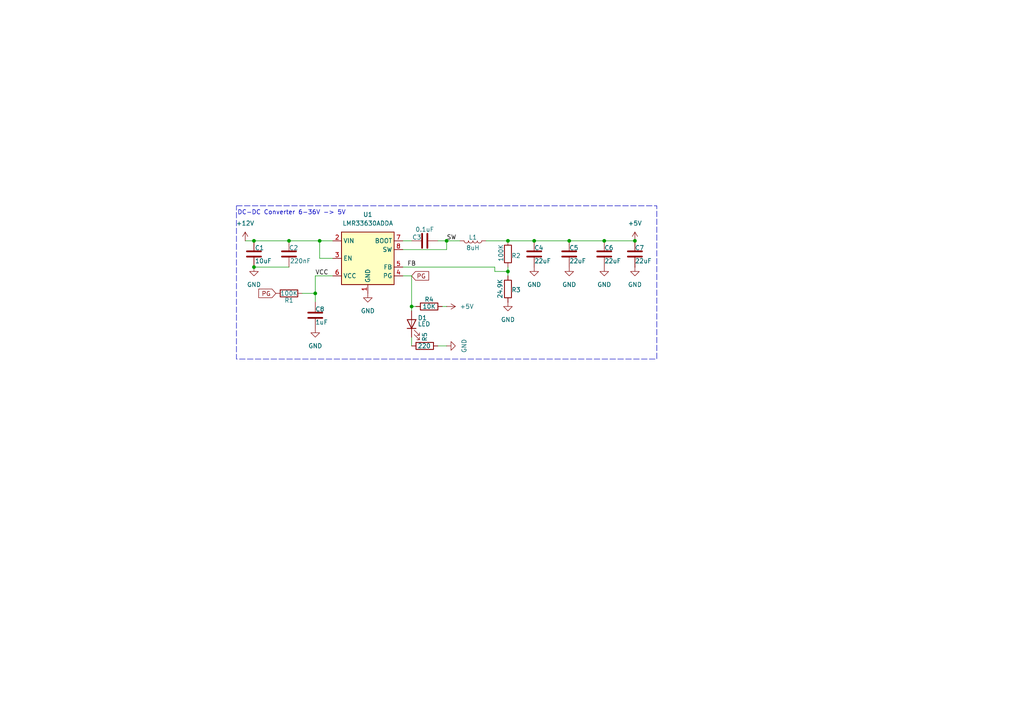
<source format=kicad_sch>
(kicad_sch (version 20250114) (generator "eeschema") (generator_version "9.0")
  (paper "A4")
  (lib_symbols
    (symbol "Device:C" (pin_numbers (hide yes)) (pin_names (offset 0.254))
      (property "Reference" "C" (at 0.635 2.54 0))
      (property "Value" "C" (at 0.635 -2.54 0))
      (symbol "C_0_1"
        (polyline (pts (xy -2.032 0.762) (xy 2.032 0.762)) (stroke (width 0.508)))
        (polyline (pts (xy -2.032 -0.762) (xy 2.032 -0.762)) (stroke (width 0.508)))
      )
      (symbol "C_1_1"
        (pin passive line (at 0 3.81 270) (length 2.794) (name "~") (number "1"))
        (pin passive line (at 0 -3.81 90) (length 2.794) (name "~") (number "2"))
      )
    )
    (symbol "Device:L" (pin_numbers (hide yes)) (pin_names (offset 1.016) (hide yes))
      (property "Reference" "L" (at -1.27 0 90))
      (property "Value" "L" (at 1.905 0 90))
      (symbol "L_0_1"
        (arc (start 0 2.54) (mid 0.6323 1.905) (end 0 1.27))
        (arc (start 0 1.27) (mid 0.6323 0.635) (end 0 0))
        (arc (start 0 0) (mid 0.6323 -0.635) (end 0 -1.27))
        (arc (start 0 -1.27) (mid 0.6323 -1.905) (end 0 -2.54))
      )
      (symbol "L_1_1"
        (pin passive line (at 0 3.81 270) (length 1.27) (name "1") (number "1"))
        (pin passive line (at 0 -3.81 90) (length 1.27) (name "2") (number "2"))
      )
    )
    (symbol "Device:LED" (pin_numbers (hide yes)) (pin_names (offset 1.016) (hide yes))
      (property "Reference" "D" (at 0 2.54 0))
      (property "Value" "LED" (at 0 -2.54 0))
      (symbol "LED_0_1"
        (polyline (pts (xy -3.048 -0.762) (xy -4.572 -2.286) (xy -3.81 -2.286) (xy -4.572 -2.286) (xy -4.572 -1.524)))
        (polyline (pts (xy -1.778 -0.762) (xy -3.302 -2.286) (xy -2.54 -2.286) (xy -3.302 -2.286) (xy -3.302 -1.524)))
        (polyline (pts (xy -1.27 0) (xy 1.27 0)))
        (polyline (pts (xy -1.27 -1.27) (xy -1.27 1.27)) (stroke (width 0.254)))
        (polyline (pts (xy 1.27 -1.27) (xy 1.27 1.27) (xy -1.27 0) (xy 1.27 -1.27)) (stroke (width 0.254)))
      )
      (symbol "LED_1_1"
        (pin passive line (at -3.81 0 0) (length 2.54) (name "K") (number "1"))
        (pin passive line (at 3.81 0 180) (length 2.54) (name "A") (number "2"))
      )
    )
    (symbol "Device:R" (pin_numbers (hide yes)) (pin_names (offset 0))
      (property "Reference" "R" (at 2.032 0 90))
      (property "Value" "R" (at 0 0 90))
      (symbol "R_0_1"
        (rectangle (start -1.016 -2.54) (end 1.016 2.54) (stroke (width 0.254)))
      )
      (symbol "R_1_1"
        (pin passive line (at 0 3.81 270) (length 1.27) (name "~") (number "1"))
        (pin passive line (at 0 -3.81 90) (length 1.27) (name "~") (number "2"))
      )
    )
    (symbol "Regulator_Switching:LMR33630ADDA"
      (property "Reference" "U" (at 0 11.43 0))
      (property "Value" "LMR33630ADDA" (at 0 8.89 0))
      (symbol "LMR33630ADDA_0_1"
        (rectangle (start -7.62 7.62) (end 7.62 -7.62) (stroke (width 0.254)) (fill (type background)))
      )
      (symbol "LMR33630ADDA_1_1"
        (pin power_in line (at -10.16 5.08 0) (length 2.54) (name "VIN") (number "2"))
        (pin input line (at -10.16 0 0) (length 2.54) (name "EN") (number "3"))
        (pin power_out line (at -10.16 -5.08 0) (length 2.54) (name "VCC") (number "6"))
        (pin power_in line (at 0 -10.16 90) (length 2.54) (name "GND") (number "1"))
        (pin passive line (at 0 -10.16 90) (length 2.54) (hide yes) (name "GND") (number "9"))
        (pin input line (at 10.16 5.08 180) (length 2.54) (name "BOOT") (number "7"))
        (pin output line (at 10.16 2.54 180) (length 2.54) (name "SW") (number "8"))
        (pin input line (at 10.16 -2.54 180) (length 2.54) (name "FB") (number "5"))
        (pin open_collector line (at 10.16 -5.08 180) (length 2.54) (name "PG") (number "4"))
      )
    )
    (symbol "power:+12V" (power) (pin_numbers (hide yes)) (pin_names (offset 0) (hide yes))
      (property "Value" "+12V" (at 0 3.556 0))
      (symbol "+12V_0_1"
        (polyline (pts (xy -0.762 1.27) (xy 0 2.54)))
        (polyline (pts (xy 0 2.54) (xy 0.762 1.27)))
        (polyline (pts (xy 0 0) (xy 0 2.54)))
      )
      (symbol "+12V_1_1"
        (pin power_in line (at 0 0 90) (length 0) (name "~") (number "1"))
      )
    )
    (symbol "power:+5V" (power) (pin_numbers (hide yes)) (pin_names (offset 0) (hide yes))
      (property "Value" "+5V" (at 0 3.556 0))
      (symbol "+5V_0_1"
        (polyline (pts (xy -0.762 1.27) (xy 0 2.54)))
        (polyline (pts (xy 0 2.54) (xy 0.762 1.27)))
        (polyline (pts (xy 0 0) (xy 0 2.54)))
      )
      (symbol "+5V_1_1"
        (pin power_in line (at 0 0 90) (length 0) (name "~") (number "1"))
      )
    )
    (symbol "power:GND" (power) (pin_numbers (hide yes)) (pin_names (offset 0) (hide yes))
      (property "Value" "GND" (at 0 -3.81 0))
      (symbol "GND_0_1"
        (polyline (pts (xy 0 0) (xy 0 -1.27) (xy 1.27 -1.27) (xy 0 -2.54) (xy -1.27 -1.27) (xy 0 -1.27)))
      )
      (symbol "GND_1_1"
        (pin power_in line (at 0 0 270) (length 0) (name "~") (number "1"))
      )
    )
  )
  (rectangle (start 68.58 59.69) (end 190.5 104.14) (stroke (width 0) (type dash)))
  (text "DC-DC Converter 6-36V -> 5V" (exclude_from_sim yes) (at 84.582 61.722 0) (effects (font (size 1.27 1.27))))
  (junction (at 154.94 69.85))
  (junction (at 73.66 69.85))
  (junction (at 147.32 78.74))
  (junction (at 147.32 69.85))
  (junction (at 129.54 69.85))
  (junction (at 83.82 69.85))
  (junction (at 175.26 69.85))
  (junction (at 91.44 85.09))
  (junction (at 73.66 77.47))
  (junction (at 119.38 88.9))
  (junction (at 165.1 69.85))
  (junction (at 184.15 69.85))
  (junction (at 92.71 69.85))
  (wire (pts (xy 91.44 85.09) (xy 91.44 80.01)))
  (wire (pts (xy 73.66 69.85) (xy 83.82 69.85)))
  (wire (pts (xy 92.71 69.85) (xy 96.52 69.85)))
  (wire (pts (xy 116.84 72.39) (xy 129.54 72.39)))
  (wire (pts (xy 92.71 74.93) (xy 96.52 74.93)))
  (wire (pts (xy 92.71 69.85) (xy 92.71 74.93)))
  (wire (pts (xy 129.54 72.39) (xy 129.54 69.85)))
  (wire (pts (xy 175.26 69.85) (xy 184.15 69.85)))
  (wire (pts (xy 119.38 88.9) (xy 119.38 90.17)))
  (wire (pts (xy 116.84 69.85) (xy 119.38 69.85)))
  (wire (pts (xy 116.84 77.47) (xy 143.51 77.47)))
  (wire (pts (xy 116.84 80.01) (xy 119.38 80.01)))
  (wire (pts (xy 83.82 69.85) (xy 92.71 69.85)))
  (wire (pts (xy 71.12 69.85) (xy 73.66 69.85)))
  (wire (pts (xy 91.44 85.09) (xy 91.44 87.63)))
  (wire (pts (xy 128.27 88.9) (xy 129.54 88.9)))
  (wire (pts (xy 119.38 97.79) (xy 119.38 100.33)))
  (wire (pts (xy 73.66 77.47) (xy 83.82 77.47)))
  (wire (pts (xy 127 69.85) (xy 129.54 69.85)))
  (wire (pts (xy 147.32 78.74) (xy 147.32 77.47)))
  (wire (pts (xy 147.32 69.85) (xy 154.94 69.85)))
  (wire (pts (xy 143.51 78.74) (xy 147.32 78.74)))
  (wire (pts (xy 87.63 85.09) (xy 91.44 85.09)))
  (wire (pts (xy 143.51 77.47) (xy 143.51 78.74)))
  (wire (pts (xy 119.38 80.01) (xy 119.38 88.9)))
  (wire (pts (xy 140.97 69.85) (xy 147.32 69.85)))
  (wire (pts (xy 129.54 69.85) (xy 133.35 69.85)))
  (wire (pts (xy 119.38 88.9) (xy 120.65 88.9)))
  (wire (pts (xy 127 100.33) (xy 129.54 100.33)))
  (wire (pts (xy 165.1 69.85) (xy 175.26 69.85)))
  (wire (pts (xy 154.94 69.85) (xy 165.1 69.85)))
  (wire (pts (xy 91.44 80.01) (xy 96.52 80.01)))
  (wire (pts (xy 147.32 80.01) (xy 147.32 78.74)))
  (label "FB" (at 118.11 77.47 0))
  (label "SW" (at 129.54 69.85 0))
  (label "VCC" (at 91.44 80.01 0))
  (global_label "PG" (shape input) (at 80.01 85.09 180) (property "Intersheetrefs" "${INTERSHEET_REFS}" (effects (hide yes))))
  (global_label "PG" (shape input) (at 119.38 80.01 0) (property "Intersheetrefs" "${INTERSHEET_REFS}" (effects (hide yes))))
  (symbol (lib_id "Device:C") (at 83.82 73.66 0) (unit 1)
    (property "Reference" "C2" (at 83.82 71.882 0) (effects (justify left)))
    (property "Value" "220nF" (at 84.074 75.692 0) (effects (justify left)))
    (property "Footprint" "Capacitor_SMD:C_0402_1005Metric" (effects (hide yes)))
    (property "Description" "Unpolarized capacitor" (effects (hide yes)))
  )
  (symbol (lib_id "power:+5V") (at 129.54 88.9 270) (unit 1)
    (property "Reference" "#PWR016" (effects (hide yes)))
    (property "Value" "+5V" (at 133.35 88.8999 90) (effects (justify left)))
    (property "Description" "Power symbol creates a global label with name \"+5V\"" (effects (hide yes)))
  )
  (symbol (lib_id "Device:C") (at 184.15 73.66 180) (unit 1)
    (property "Reference" "C7" (at 184.15 71.882 0) (effects (justify right)))
    (property "Value" "22uF" (at 184.15 75.692 0) (effects (justify right)))
    (property "Footprint" "Capacitor_SMD:C_0603_1608Metric" (effects (hide yes)))
    (property "Description" "Unpolarized capacitor" (effects (hide yes)))
  )
  (symbol (lib_id "Device:L") (at 137.16 69.85 270) (unit 1)
    (property "Reference" "L1" (at 137.16 68.834 90))
    (property "Value" "8uH" (at 137.16 71.882 90))
    (property "Footprint" "Inductor_SMD:L_0805_2012Metric" (effects (hide yes)))
    (property "Description" "Inductor" (effects (hide yes)))
  )
  (symbol (lib_id "power:GND") (at 129.54 100.33 90) (unit 1)
    (property "Reference" "#PWR015" (effects (hide yes)))
    (property "Value" "GND" (at 134.62 100.33 0))
    (property "Description" "Power symbol creates a global label with name \"GND\" , ground" (effects (hide yes)))
  )
  (symbol (lib_id "power:GND") (at 106.68 85.09 0) (unit 1)
    (property "Reference" "#PWR04" (effects (hide yes)))
    (property "Value" "GND" (at 106.68 90.17 0))
    (property "Description" "Power symbol creates a global label with name \"GND\" , ground" (effects (hide yes)))
  )
  (symbol (lib_id "Device:C") (at 73.66 73.66 0) (unit 1)
    (property "Reference" "C1" (at 73.914 71.882 0) (effects (justify left)))
    (property "Value" "10uF" (at 73.914 75.692 0) (effects (justify left)))
    (property "Footprint" "Capacitor_SMD:C_0603_1608Metric" (effects (hide yes)))
    (property "Description" "Unpolarized capacitor" (effects (hide yes)))
  )
  (symbol (lib_id "Regulator_Switching:LMR33630ADDA") (at 106.68 74.93 0) (unit 1)
    (property "Reference" "U1" (at 106.68 62.23 0))
    (property "Value" "LMR33630ADDA" (at 106.68 64.77 0))
    (property "Footprint" "Package_SO:Texas_HSOP-8-1EP_3.9x4.9mm_P1.27mm_ThermalVias" (effects (hide yes)))
    (property "Datasheet" "http://www.ti.com/lit/ds/symlink/lmr33630.pdf" (effects (hide yes)))
    (property "Description" "Simple Switcher Synchronous Buck Regulator, Vin=3.8-36V, Iout=3A, F=400kHz, Adjustable output voltage, HSOP-8" (effects (hide yes)))
  )
  (symbol (lib_id "Device:R") (at 124.46 88.9 90) (unit 1)
    (property "Reference" "R4" (at 124.46 86.868 90))
    (property "Value" "10K" (at 124.46 88.9 90))
    (property "Footprint" "Resistor_SMD:R_0603_1608Metric_Pad0.98x0.95mm_HandSolder" (effects (hide yes)))
    (property "Description" "Resistor" (effects (hide yes)))
  )
  (symbol (lib_id "Device:R") (at 147.32 83.82 0) (unit 1)
    (property "Reference" "R3" (at 148.336 84.074 0) (effects (justify left)))
    (property "Value" "24.9K" (at 145.034 86.614 90) (effects (justify left)))
    (property "Footprint" "Resistor_SMD:R_0603_1608Metric_Pad0.98x0.95mm_HandSolder" (effects (hide yes)))
    (property "Description" "Resistor" (effects (hide yes)))
  )
  (symbol (lib_id "power:+5V") (at 184.15 69.85 0) (unit 1)
    (property "Reference" "#PWR01" (effects (hide yes)))
    (property "Value" "+5V" (at 184.15 64.77 0))
    (property "Description" "Power symbol creates a global label with name \"+5V\"" (effects (hide yes)))
  )
  (symbol (lib_id "Device:LED") (at 119.38 93.98 90) (unit 1)
    (property "Reference" "D1" (at 121.158 92.202 90) (effects (justify right)))
    (property "Value" "LED" (at 121.158 93.98 90) (effects (justify right)))
    (property "Footprint" "LED_SMD:LED_0603_1608Metric" (effects (hide yes)))
    (property "Description" "Light emitting diode" (effects (hide yes)))
    (property "Sim.Pins" "1=K 2=A" (effects (hide yes)))
  )
  (symbol (lib_id "Device:C") (at 154.94 73.66 180) (unit 1)
    (property "Reference" "C4" (at 154.94 71.882 0) (effects (justify right)))
    (property "Value" "22uF" (at 154.94 75.692 0) (effects (justify right)))
    (property "Footprint" "Capacitor_SMD:C_0603_1608Metric" (effects (hide yes)))
    (property "Description" "Unpolarized capacitor" (effects (hide yes)))
  )
  (symbol (lib_id "power:GND") (at 184.15 77.47 0) (unit 1)
    (property "Reference" "#PWR011" (effects (hide yes)))
    (property "Value" "GND" (at 184.15 82.55 0))
    (property "Description" "Power symbol creates a global label with name \"GND\" , ground" (effects (hide yes)))
  )
  (symbol (lib_id "power:GND") (at 73.66 77.47 0) (unit 1)
    (property "Reference" "#PWR06" (effects (hide yes)))
    (property "Value" "GND" (at 73.66 82.55 0))
    (property "Description" "Power symbol creates a global label with name \"GND\" , ground" (effects (hide yes)))
  )
  (symbol (lib_id "Device:C") (at 91.44 91.44 180) (unit 1)
    (property "Reference" "C8" (at 91.44 89.662 0) (effects (justify right)))
    (property "Value" "1uF" (at 91.44 93.472 0) (effects (justify right)))
    (property "Footprint" "Capacitor_SMD:C_0402_1005Metric" (effects (hide yes)))
    (property "Description" "Unpolarized capacitor" (effects (hide yes)))
  )
  (symbol (lib_id "Device:C") (at 175.26 73.66 180) (unit 1)
    (property "Reference" "C6" (at 175.26 71.882 0) (effects (justify right)))
    (property "Value" "22uF" (at 175.26 75.692 0) (effects (justify right)))
    (property "Footprint" "Capacitor_SMD:C_0603_1608Metric" (effects (hide yes)))
    (property "Description" "Unpolarized capacitor" (effects (hide yes)))
  )
  (symbol (lib_id "power:GND") (at 147.32 87.63 0) (unit 1)
    (property "Reference" "#PWR03" (effects (hide yes)))
    (property "Value" "GND" (at 147.32 92.71 0))
    (property "Description" "Power symbol creates a global label with name \"GND\" , ground" (effects (hide yes)))
  )
  (symbol (lib_id "Device:R") (at 123.19 100.33 90) (unit 1)
    (property "Reference" "R5" (at 123.19 99.06 0) (effects (justify left)))
    (property "Value" "220" (at 124.968 100.33 90) (effects (justify left)))
    (property "Footprint" "Resistor_SMD:R_0603_1608Metric_Pad0.98x0.95mm_HandSolder" (effects (hide yes)))
    (property "Description" "Resistor" (effects (hide yes)))
  )
  (symbol (lib_id "Device:R") (at 147.32 73.66 0) (unit 1)
    (property "Reference" "R2" (at 148.336 74.168 0) (effects (justify left)))
    (property "Value" "100K" (at 145.288 75.946 90) (effects (justify left)))
    (property "Footprint" "Resistor_SMD:R_0603_1608Metric_Pad0.98x0.95mm_HandSolder" (effects (hide yes)))
    (property "Description" "Resistor" (effects (hide yes)))
  )
  (symbol (lib_id "power:GND") (at 154.94 77.47 0) (unit 1)
    (property "Reference" "#PWR08" (effects (hide yes)))
    (property "Value" "GND" (at 154.94 82.55 0))
    (property "Description" "Power symbol creates a global label with name \"GND\" , ground" (effects (hide yes)))
  )
  (symbol (lib_id "Device:C") (at 123.19 69.85 90) (unit 1)
    (property "Reference" "C3" (at 120.904 68.834 90))
    (property "Value" "0.1uF" (at 123.19 66.548 90))
    (property "Footprint" "Capacitor_SMD:C_0402_1005Metric" (effects (hide yes)))
    (property "Description" "Unpolarized capacitor" (effects (hide yes)))
  )
  (symbol (lib_id "power:GND") (at 165.1 77.47 0) (unit 1)
    (property "Reference" "#PWR09" (effects (hide yes)))
    (property "Value" "GND" (at 165.1 82.55 0))
    (property "Description" "Power symbol creates a global label with name \"GND\" , ground" (effects (hide yes)))
  )
  (symbol (lib_id "power:GND") (at 175.26 77.47 0) (unit 1)
    (property "Reference" "#PWR010" (effects (hide yes)))
    (property "Value" "GND" (at 175.26 82.55 0))
    (property "Description" "Power symbol creates a global label with name \"GND\" , ground" (effects (hide yes)))
  )
  (symbol (lib_id "power:+12V") (at 71.12 69.85 0) (unit 1)
    (property "Reference" "#PWR02" (effects (hide yes)))
    (property "Value" "+12V" (at 71.12 64.77 0))
    (property "Description" "Power symbol creates a global label with name \"+12V\"" (effects (hide yes)))
  )
  (symbol (lib_id "Device:C") (at 165.1 73.66 180) (unit 1)
    (property "Reference" "C5" (at 165.1 71.882 0) (effects (justify right)))
    (property "Value" "22uF" (at 165.1 75.692 0) (effects (justify right)))
    (property "Footprint" "Capacitor_SMD:C_0603_1608Metric" (effects (hide yes)))
    (property "Description" "Unpolarized capacitor" (effects (hide yes)))
  )
  (symbol (lib_id "power:GND") (at 91.44 95.25 0) (unit 1)
    (property "Reference" "#PWR05" (effects (hide yes)))
    (property "Value" "GND" (at 91.44 100.33 0))
    (property "Description" "Power symbol creates a global label with name \"GND\" , ground" (effects (hide yes)))
  )
  (symbol (lib_id "Device:R") (at 83.82 85.09 270) (unit 1)
    (property "Reference" "R1" (at 83.82 87.122 90))
    (property "Value" "100K" (at 83.82 85.09 90))
    (property "Footprint" "Resistor_SMD:R_0603_1608Metric_Pad0.98x0.95mm_HandSolder" (effects (hide yes)))
    (property "Description" "Resistor" (effects (hide yes)))
  )
)
</source>
